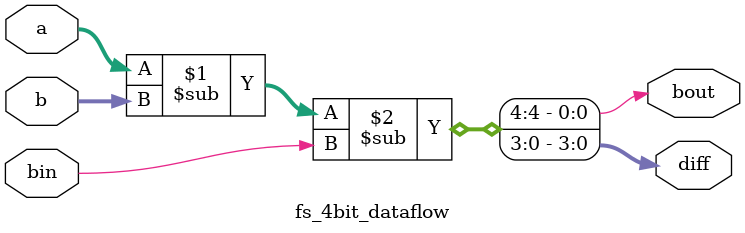
<source format=v>
`timescale 1ns / 1ps
module fs_4bit_dataflow(diff, bout, a, b, bin);
	input [3:0] a, b;
	input bin;
	output [3:0] diff;
	output bout;
	
	/*assign diff[0] = a[0]^b[0]^bin;
	assign w1 = (a[0]~^b[0])&bin | ~a[0]&b[0];
	
	assign diff[1] = a[1]^b[1]^w1;
	assign w2 = (a[1]~^b[1])&w1 | ~a[1]&b[1];
	
	assign diff[2] = a[2]^b[2]^w2;
	assign w3 = (a[2]~^b[2])&w2 | ~a[2]&b[2];
	
	assign diff[3] = a[3]^b[3]^w3;
	assign bout = (a[3]~^b[3])&w3 | ~a[3]&b[3];
*/
	assign {bout, diff} = a - b - bin;

endmodule

</source>
